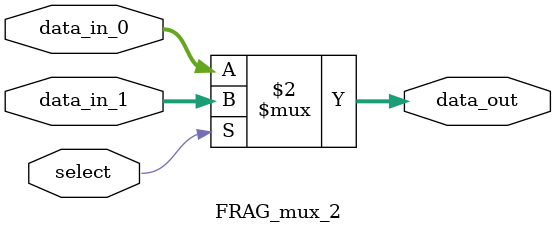
<source format=v>
module FRAG_mux_2 #(
    parameter DATAWIDTH = 32
)(
    input  [DATAWIDTH - 1 : 0]  data_in_0   ,
    input  [DATAWIDTH - 1 : 0]  data_in_1   ,
    input                       select      ,
    output [DATAWIDTH - 1 : 0]  data_out
);

    assign data_out = (select == 1'b0) ? data_in_0 : data_in_1;

endmodule
</source>
